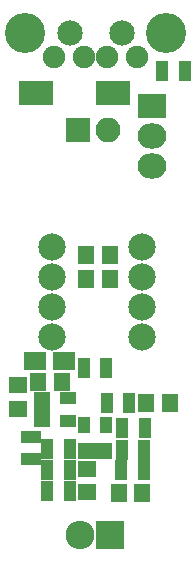
<source format=gbr>
G04 #@! TF.FileFunction,Soldermask,Bot*
%FSLAX46Y46*%
G04 Gerber Fmt 4.6, Leading zero omitted, Abs format (unit mm)*
G04 Created by KiCad (PCBNEW 4.0.4-stable) date 01/28/17 22:02:24*
%MOMM*%
%LPD*%
G01*
G04 APERTURE LIST*
%ADD10C,0.100000*%
%ADD11R,2.900000X2.000000*%
%ADD12R,1.100000X1.700000*%
%ADD13R,1.400000X1.650000*%
%ADD14C,2.305000*%
%ADD15R,1.900000X1.650000*%
%ADD16R,1.650000X1.400000*%
%ADD17C,2.150000*%
%ADD18C,1.901140*%
%ADD19C,3.399740*%
%ADD20R,2.432000X2.127200*%
%ADD21O,2.432000X2.127200*%
%ADD22R,2.432000X2.432000*%
%ADD23O,2.432000X2.432000*%
%ADD24R,1.700000X1.100000*%
%ADD25R,1.050000X1.460000*%
%ADD26R,1.460000X1.050000*%
%ADD27R,2.100000X2.100000*%
%ADD28O,2.100000X2.100000*%
G04 APERTURE END LIST*
D10*
D11*
X145760000Y-62480000D03*
X152260000Y-62480000D03*
D12*
X151730000Y-88750000D03*
X153630000Y-88750000D03*
D13*
X152000000Y-78190000D03*
X150000000Y-78190000D03*
D14*
X154740000Y-75480000D03*
X154740000Y-78020000D03*
X154740000Y-80560000D03*
X154740000Y-83100000D03*
X147120000Y-83100000D03*
X147120000Y-80560000D03*
X147120000Y-78020000D03*
X147120000Y-75480000D03*
D15*
X148160000Y-85190000D03*
X145660000Y-85190000D03*
D16*
X144260000Y-87190000D03*
X144260000Y-89190000D03*
D13*
X152010000Y-76150000D03*
X150010000Y-76150000D03*
D12*
X158350000Y-60610000D03*
X156450000Y-60610000D03*
D16*
X150090000Y-94280000D03*
X150090000Y-96280000D03*
D13*
X157080000Y-88750000D03*
X155080000Y-88750000D03*
X147930000Y-86930000D03*
X145930000Y-86930000D03*
X154750000Y-96340000D03*
X152750000Y-96340000D03*
D17*
X148600000Y-57400000D03*
X153000000Y-57400000D03*
D18*
X154300000Y-59400000D03*
X151800000Y-59400000D03*
X149800000Y-59400000D03*
X147300000Y-59400000D03*
D19*
X156800000Y-57400000D03*
X144800000Y-57400000D03*
D20*
X155570000Y-63570000D03*
D21*
X155570000Y-66110000D03*
X155570000Y-68650000D03*
D22*
X152030000Y-99910000D03*
D23*
X149490000Y-99910000D03*
D12*
X154900000Y-92670000D03*
X153000000Y-92670000D03*
X148600000Y-96150000D03*
X146700000Y-96150000D03*
X146700000Y-94390000D03*
X148600000Y-94390000D03*
X148600000Y-92640000D03*
X146700000Y-92640000D03*
X154950000Y-90790000D03*
X153050000Y-90790000D03*
X152990000Y-94430000D03*
X154890000Y-94430000D03*
D24*
X145320000Y-93480000D03*
X145320000Y-91580000D03*
D12*
X151690000Y-85770000D03*
X149790000Y-85770000D03*
D25*
X151680000Y-92790000D03*
X150730000Y-92790000D03*
X149780000Y-92790000D03*
X149780000Y-90590000D03*
X151680000Y-90590000D03*
D26*
X146240000Y-90230000D03*
X146240000Y-89280000D03*
X146240000Y-88330000D03*
X148440000Y-88330000D03*
X148440000Y-90230000D03*
D27*
X149290000Y-65610000D03*
D28*
X151830000Y-65610000D03*
M02*

</source>
